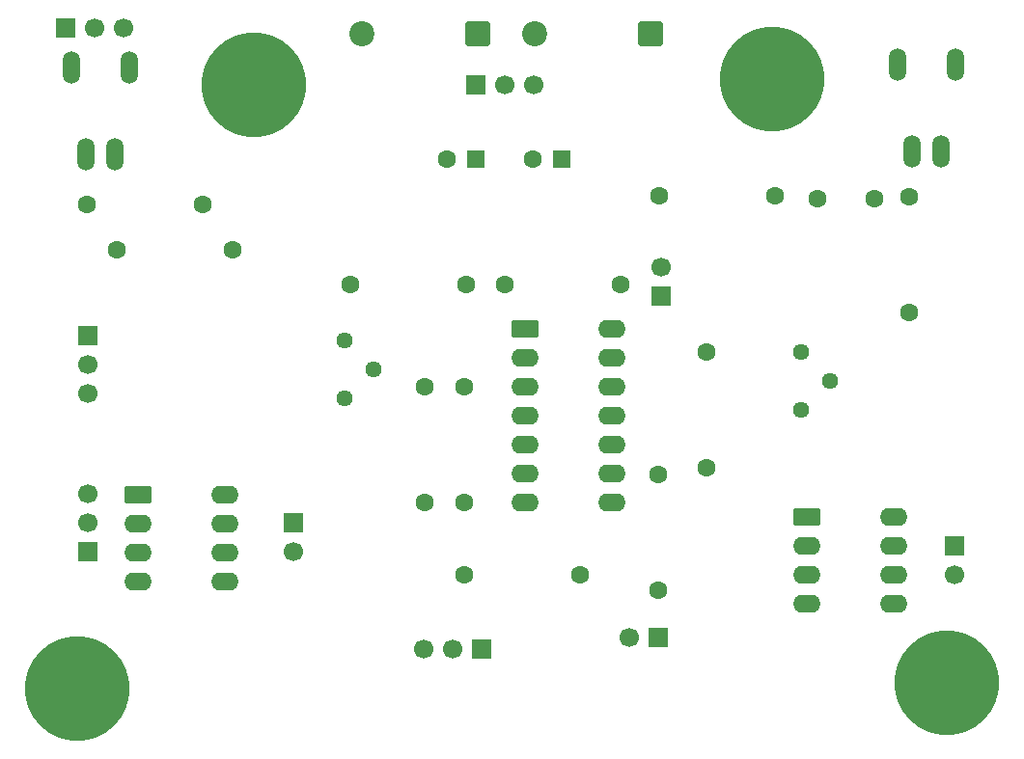
<source format=gbr>
%TF.GenerationSoftware,KiCad,Pcbnew,9.0.4*%
%TF.CreationDate,2025-09-29T13:52:34+02:00*%
%TF.ProjectId,AM_modulation_fiber,414d5f6d-6f64-4756-9c61-74696f6e5f66,rev?*%
%TF.SameCoordinates,Original*%
%TF.FileFunction,Soldermask,Bot*%
%TF.FilePolarity,Negative*%
%FSLAX46Y46*%
G04 Gerber Fmt 4.6, Leading zero omitted, Abs format (unit mm)*
G04 Created by KiCad (PCBNEW 9.0.4) date 2025-09-29 13:52:34*
%MOMM*%
%LPD*%
G01*
G04 APERTURE LIST*
G04 Aperture macros list*
%AMRoundRect*
0 Rectangle with rounded corners*
0 $1 Rounding radius*
0 $2 $3 $4 $5 $6 $7 $8 $9 X,Y pos of 4 corners*
0 Add a 4 corners polygon primitive as box body*
4,1,4,$2,$3,$4,$5,$6,$7,$8,$9,$2,$3,0*
0 Add four circle primitives for the rounded corners*
1,1,$1+$1,$2,$3*
1,1,$1+$1,$4,$5*
1,1,$1+$1,$6,$7*
1,1,$1+$1,$8,$9*
0 Add four rect primitives between the rounded corners*
20,1,$1+$1,$2,$3,$4,$5,0*
20,1,$1+$1,$4,$5,$6,$7,0*
20,1,$1+$1,$6,$7,$8,$9,0*
20,1,$1+$1,$8,$9,$2,$3,0*%
G04 Aperture macros list end*
%ADD10R,1.700000X1.700000*%
%ADD11C,1.700000*%
%ADD12C,1.600000*%
%ADD13RoundRect,0.250000X0.550000X0.550000X-0.550000X0.550000X-0.550000X-0.550000X0.550000X-0.550000X0*%
%ADD14O,1.524800X2.845600*%
%ADD15C,9.200000*%
%ADD16RoundRect,0.250000X-0.950000X-0.550000X0.950000X-0.550000X0.950000X0.550000X-0.950000X0.550000X0*%
%ADD17O,2.400000X1.600000*%
%ADD18C,1.440000*%
%ADD19RoundRect,0.249999X0.850001X0.850001X-0.850001X0.850001X-0.850001X-0.850001X0.850001X-0.850001X0*%
%ADD20C,2.200000*%
G04 APERTURE END LIST*
D10*
%TO.C,J9*%
X183000000Y-87500000D03*
D11*
X185540000Y-87500000D03*
X188080000Y-87500000D03*
%TD*%
D12*
%TO.C,C3*%
X254000000Y-102500000D03*
X249000000Y-102500000D03*
%TD*%
D13*
%TO.C,C2*%
X219000000Y-99000000D03*
D12*
X216500000Y-99000000D03*
%TD*%
D13*
%TO.C,C1*%
X226500000Y-99000000D03*
D12*
X224000000Y-99000000D03*
%TD*%
D14*
%TO.C,XR2*%
X261040000Y-90695700D03*
X255960000Y-90695700D03*
X257230000Y-98315700D03*
X259770000Y-98315700D03*
%TD*%
D12*
%TO.C,R10*%
X235000000Y-136910000D03*
X235000000Y-126750000D03*
%TD*%
D10*
%TO.C,J7*%
X219540000Y-142000000D03*
D11*
X217000000Y-142000000D03*
X214460000Y-142000000D03*
%TD*%
D14*
%TO.C,XR1*%
X188580000Y-91000000D03*
X183500000Y-91000000D03*
X184770000Y-98620000D03*
X187310000Y-98620000D03*
%TD*%
D10*
%TO.C,J2*%
X185000000Y-133460000D03*
D11*
X185000000Y-130920000D03*
X185000000Y-128380000D03*
%TD*%
D10*
%TO.C,J4*%
X203000000Y-130960000D03*
D11*
X203000000Y-133500000D03*
%TD*%
D12*
%TO.C,R1*%
X187500000Y-107000000D03*
X197660000Y-107000000D03*
%TD*%
D15*
%TO.C,*%
X199500000Y-92500000D03*
%TD*%
D16*
%TO.C,U2*%
X189380000Y-128460000D03*
D17*
X189380000Y-131000000D03*
X189380000Y-133540000D03*
X189380000Y-136080000D03*
X197000000Y-136080000D03*
X197000000Y-133540000D03*
X197000000Y-131000000D03*
X197000000Y-128460000D03*
%TD*%
D18*
%TO.C,RV1*%
X207460000Y-120040000D03*
X210000000Y-117500000D03*
X207460000Y-114960000D03*
%TD*%
D10*
%TO.C,J5*%
X235000000Y-141000000D03*
D11*
X232460000Y-141000000D03*
%TD*%
D18*
%TO.C,RV2*%
X247500000Y-121040000D03*
X250040000Y-118500000D03*
X247500000Y-115960000D03*
%TD*%
D12*
%TO.C,R9*%
X245250000Y-102250000D03*
X235090000Y-102250000D03*
%TD*%
D10*
%TO.C,J6*%
X261000000Y-132960000D03*
D11*
X261000000Y-135500000D03*
%TD*%
D12*
%TO.C,R3*%
X195000000Y-103000000D03*
X184840000Y-103000000D03*
%TD*%
D19*
%TO.C,D2*%
X219160000Y-88000000D03*
D20*
X209000000Y-88000000D03*
%TD*%
D15*
%TO.C,*%
X245000000Y-92000000D03*
%TD*%
D12*
%TO.C,R6*%
X214500000Y-129160000D03*
X214500000Y-119000000D03*
%TD*%
%TO.C,R8*%
X257000000Y-102340000D03*
X257000000Y-112500000D03*
%TD*%
D15*
%TO.C,REF\u002A\u002A*%
X260350000Y-145000000D03*
%TD*%
D16*
%TO.C,U3*%
X248000000Y-130460000D03*
D17*
X248000000Y-133000000D03*
X248000000Y-135540000D03*
X248000000Y-138080000D03*
X255620000Y-138080000D03*
X255620000Y-135540000D03*
X255620000Y-133000000D03*
X255620000Y-130460000D03*
%TD*%
D12*
%TO.C,R11*%
X239250000Y-126080000D03*
X239250000Y-115920000D03*
%TD*%
%TO.C,R2*%
X208000000Y-110000000D03*
X218160000Y-110000000D03*
%TD*%
D10*
%TO.C,J3*%
X185000000Y-114500000D03*
D11*
X185000000Y-117040000D03*
X185000000Y-119580000D03*
%TD*%
D19*
%TO.C,D1*%
X234330000Y-88000000D03*
D20*
X224170000Y-88000000D03*
%TD*%
D12*
%TO.C,R4*%
X231660000Y-110000000D03*
X221500000Y-110000000D03*
%TD*%
%TO.C,R7*%
X228160000Y-135500000D03*
X218000000Y-135500000D03*
%TD*%
D10*
%TO.C,J1*%
X218960000Y-92500000D03*
D11*
X221500000Y-92500000D03*
X224040000Y-92500000D03*
%TD*%
D15*
%TO.C,REF\u002A\u002A*%
X184000000Y-145500000D03*
%TD*%
D12*
%TO.C,R5*%
X218000000Y-129160000D03*
X218000000Y-119000000D03*
%TD*%
D10*
%TO.C,J8*%
X235250000Y-111040000D03*
D11*
X235250000Y-108500000D03*
%TD*%
D16*
%TO.C,U4*%
X223340000Y-113960000D03*
D17*
X223340000Y-116500000D03*
X223340000Y-119040000D03*
X223340000Y-121580000D03*
X223340000Y-124120000D03*
X223340000Y-126660000D03*
X223340000Y-129200000D03*
X230960000Y-129200000D03*
X230960000Y-126660000D03*
X230960000Y-124120000D03*
X230960000Y-121580000D03*
X230960000Y-119040000D03*
X230960000Y-116500000D03*
X230960000Y-113960000D03*
%TD*%
M02*

</source>
